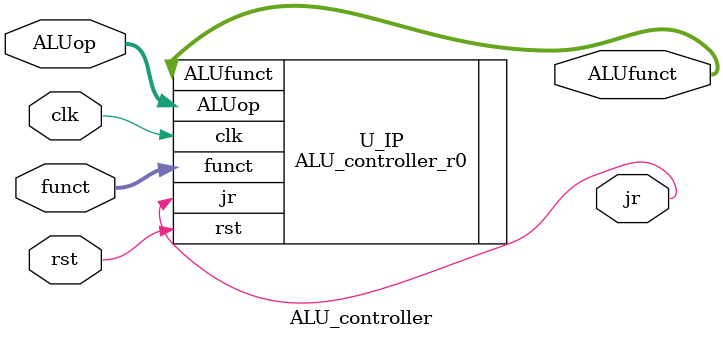
<source format=v>
/*
DESCRIPTION

NOTES

TODO

*/

module ALU_controller #(
	parameter FUNCT_WIDTH = 6,
	parameter ALUOP_WIDTH = 6,
	parameter ALUFUNCT_WIDTH = 6,
	parameter DELAY = 0,
	parameter ARCH_SEL = 0
)(
	input  clk,
	input  rst,
	input  [FUNCT_WIDTH-1:0] funct,
	input  [ALUOP_WIDTH-1:0] ALUop,
	output [ALUFUNCT_WIDTH - 1:0] ALUfunct,
	output jr
);

/**********
 * Internal Signals
**********/

/**********
 * Glue Logic 
 **********/
/**********
 * Synchronous Logic
 **********/
/**********
 * Glue Logic 
 **********/
/**********
 * Components
 **********/
 	ALU_controller_r0 #(
		.FUNCT_WIDTH(FUNCT_WIDTH),
		.ALUOP_WIDTH(ALUOP_WIDTH),
		.ALUFUNCT_WIDTH(ALUFUNCT_WIDTH),
		.DELAY(DELAY)
	)U_IP(
		.clk(clk),
		.rst(rst),
		.funct(funct),
		.ALUop(ALUop),
		.ALUfunct(ALUfunct),
		.jr(jr)
	);
 
/**********
 * Output Combinatorial Logic
 **********/
endmodule

</source>
